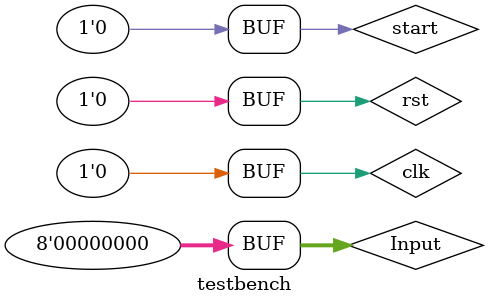
<source format=v>
module testbench();
	reg clk, start, rst;
	reg [7:0] Input;
	wire [7:0] Output;

	reg [7:0] reg0, mem15, mem16, instr, acc, mematAddr;
	reg [5:0] pc, addr;
	reg [2:0] state, nstate;
	reg pcload, clr, ld, aeq0;
	
	integer i;

	top dut(clk, start, rst, Input, Output);
	
		
	initial begin
				
		$display("\t \ttime \tReg0 \t  Mem[15] \t Mem[16] \t Acc \t     PC    \t MemAddr \tInstr");
		$monitor("%d \t%b \t%b \t%b \t%b \t%b \t%b \t%b",
					$time, reg0, mem15, mem16, acc, pc, addr, instr);
	end
	
	initial begin
	
		start = 0;
		Input = 0;
		rst = 1;
		#20;
		start = 1;
		rst = 0;
		#10;
		start = 0;
		
	end
	
	always begin
		clk <= 1;
		#5;
		clk <= 0;
		#5;
	end
	
	always @ (negedge clk) begin
		reg0 <= dut.dp1.RF1.RegFile[0];
		mem15 <= dut.dp1.MEM1.RAM[15];
		mem16 <= dut.dp1.MEM1.RAM[16];
		pc <= dut.dp1.PC1.PCReg;
		instr <= dut.dp1.Instr;
		clr <= dut.dp1.IR1.clr;
		ld <= dut.dp1.IR1.ld;
		state <= dut.c1.state;
		nstate <= dut.c1.nstate;
		acc <= dut.dp1.Acc;
		addr <= dut.dp1.Addrsel;
		mematAddr <= dut.dp1.MEM1.RAM[addr];
		pcload <= dut.dp1.PCload;
		aeq0 <= dut.dp1.Aeq0;
	end

 endmodule

</source>
